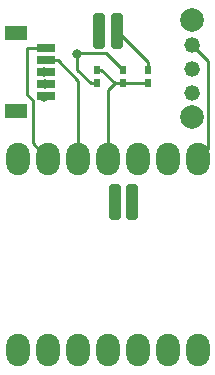
<source format=gbr>
%TF.GenerationSoftware,KiCad,Pcbnew,7.0.9*%
%TF.CreationDate,2024-01-18T21:49:24+01:00*%
%TF.ProjectId,pcb-design,7063622d-6465-4736-9967-6e2e6b696361,rev?*%
%TF.SameCoordinates,Original*%
%TF.FileFunction,Copper,L1,Top*%
%TF.FilePolarity,Positive*%
%FSLAX46Y46*%
G04 Gerber Fmt 4.6, Leading zero omitted, Abs format (unit mm)*
G04 Created by KiCad (PCBNEW 7.0.9) date 2024-01-18 21:49:24*
%MOMM*%
%LPD*%
G01*
G04 APERTURE LIST*
G04 Aperture macros list*
%AMRoundRect*
0 Rectangle with rounded corners*
0 $1 Rounding radius*
0 $2 $3 $4 $5 $6 $7 $8 $9 X,Y pos of 4 corners*
0 Add a 4 corners polygon primitive as box body*
4,1,4,$2,$3,$4,$5,$6,$7,$8,$9,$2,$3,0*
0 Add four circle primitives for the rounded corners*
1,1,$1+$1,$2,$3*
1,1,$1+$1,$4,$5*
1,1,$1+$1,$6,$7*
1,1,$1+$1,$8,$9*
0 Add four rect primitives between the rounded corners*
20,1,$1+$1,$2,$3,$4,$5,0*
20,1,$1+$1,$4,$5,$6,$7,0*
20,1,$1+$1,$6,$7,$8,$9,0*
20,1,$1+$1,$8,$9,$2,$3,0*%
G04 Aperture macros list end*
%TA.AperFunction,SMDPad,CuDef*%
%ADD10R,1.905000X1.295400*%
%TD*%
%TA.AperFunction,SMDPad,CuDef*%
%ADD11R,1.549400X0.660400*%
%TD*%
%TA.AperFunction,SMDPad,CuDef*%
%ADD12RoundRect,0.250000X-0.250000X1.250000X-0.250000X-1.250000X0.250000X-1.250000X0.250000X1.250000X0*%
%TD*%
%TA.AperFunction,SMDPad,CuDef*%
%ADD13R,0.558800X0.660400*%
%TD*%
%TA.AperFunction,SMDPad,CuDef*%
%ADD14R,0.508000X0.654800*%
%TD*%
%TA.AperFunction,ComponentPad*%
%ADD15C,1.320800*%
%TD*%
%TA.AperFunction,ComponentPad*%
%ADD16C,2.006600*%
%TD*%
%TA.AperFunction,SMDPad,CuDef*%
%ADD17RoundRect,1.000000X0.000000X0.375000X0.000000X-0.375000X0.000000X-0.375000X0.000000X0.375000X0*%
%TD*%
%TA.AperFunction,ViaPad*%
%ADD18C,0.800000*%
%TD*%
%TA.AperFunction,Conductor*%
%ADD19C,0.250000*%
%TD*%
G04 APERTURE END LIST*
D10*
%TO.P,J1,7*%
%TO.N,N/C*%
X141913201Y-121342002D03*
%TO.P,J1,6*%
X141913201Y-127941998D03*
D11*
%TO.P,J1,5,5*%
%TO.N,Net-(U4-PA9_A5_D5_SCL)*%
X144383201Y-122641999D03*
%TO.P,J1,4,4*%
%TO.N,Net-(U4-PA8_A4_D4_SDA)*%
X144383201Y-123641999D03*
%TO.P,J1,3,3*%
%TO.N,Net-(U4-PA6_A10_D10_MOSI)*%
X144383201Y-124642000D03*
%TO.P,J1,2,2*%
%TO.N,Net-(U4-GND)*%
X144383201Y-125642001D03*
%TO.P,J1,1,1*%
%TO.N,Net-(U4-3V3)*%
X144383201Y-126642001D03*
%TD*%
D12*
%TO.P,U1,1,+*%
%TO.N,Net-(U1-+)*%
X150441000Y-121166000D03*
%TO.P,U1,2,-*%
%TO.N,Net-(U1--)*%
X148941000Y-121166000D03*
%TD*%
D13*
%TO.P,C1,1*%
%TO.N,Net-(U4-PA11_A3_D3)*%
X148731600Y-124488800D03*
%TO.P,C1,2*%
%TO.N,Net-(U4-GND)*%
X148731600Y-125581000D03*
%TD*%
D14*
%TO.P,R1,1*%
%TO.N,Net-(U1-+)*%
X153087000Y-124486000D03*
%TO.P,R1,2*%
%TO.N,Net-(U4-PA11_A3_D3)*%
X153087000Y-125598000D03*
%TD*%
D15*
%TO.P,U2,1,1*%
%TO.N,Net-(U4-GND)*%
X156822000Y-126382001D03*
%TO.P,U2,2,2*%
%TO.N,unconnected-(U2-Pad2)*%
X156822000Y-124382000D03*
%TO.P,U2,3,3*%
%TO.N,Net-(U4-PA02_A0_D0)*%
X156822000Y-122381999D03*
D16*
%TO.P,U2,4*%
%TO.N,N/C*%
X156822000Y-128484100D03*
%TO.P,U2,5*%
X156822000Y-120279900D03*
%TD*%
D17*
%TO.P,U4,1,PA02_A0_D0*%
%TO.N,Net-(U4-PA02_A0_D0)*%
X157303000Y-132003000D03*
%TO.P,U4,2,PA4_A1_D1*%
%TO.N,unconnected-(U4-PA4_A1_D1-Pad2)*%
X154763000Y-132003000D03*
%TO.P,U4,3,PA10_A2_D2*%
%TO.N,unconnected-(U4-PA10_A2_D2-Pad3)*%
X152223000Y-132003000D03*
%TO.P,U4,4,PA11_A3_D3*%
%TO.N,Net-(U4-PA11_A3_D3)*%
X149683000Y-132003000D03*
%TO.P,U4,5,PA8_A4_D4_SDA*%
%TO.N,Net-(U4-PA8_A4_D4_SDA)*%
X147143000Y-132003000D03*
%TO.P,U4,6,PA9_A5_D5_SCL*%
%TO.N,Net-(U4-PA9_A5_D5_SCL)*%
X144603000Y-132003000D03*
%TO.P,U4,7,PB08_A6_D6_TX*%
%TO.N,unconnected-(U4-PB08_A6_D6_TX-Pad7)*%
X142063000Y-132003000D03*
%TO.P,U4,8,PB09_A7_D7_RX*%
%TO.N,unconnected-(U4-PB09_A7_D7_RX-Pad8)*%
X142063000Y-148168000D03*
%TO.P,U4,9,PA7_A8_D8_SCK*%
%TO.N,unconnected-(U4-PA7_A8_D8_SCK-Pad9)*%
X144603000Y-148168000D03*
%TO.P,U4,10,PA5_A9_D9_MISO*%
%TO.N,unconnected-(U4-PA5_A9_D9_MISO-Pad10)*%
X147143000Y-148168000D03*
%TO.P,U4,11,PA6_A10_D10_MOSI*%
%TO.N,Net-(U4-PA6_A10_D10_MOSI)*%
X149683000Y-148168000D03*
%TO.P,U4,12,3V3*%
%TO.N,Net-(U4-3V3)*%
X152223000Y-148168000D03*
%TO.P,U4,13,GND*%
%TO.N,Net-(U4-GND)*%
X154763000Y-148168000D03*
%TO.P,U4,14,5V*%
%TO.N,unconnected-(U4-5V-Pad14)*%
X157303000Y-148168000D03*
D12*
%TO.P,U4,15,-*%
%TO.N,Net-(U1--)*%
X151723000Y-135638000D03*
%TO.P,U4,16,+*%
%TO.N,Net-(U1-+)*%
X150263000Y-135638000D03*
%TD*%
D14*
%TO.P,R2,1*%
%TO.N,Net-(U4-GND)*%
X150918600Y-124486000D03*
%TO.P,R2,2*%
%TO.N,Net-(U4-PA11_A3_D3)*%
X150918600Y-125598000D03*
%TD*%
D18*
%TO.N,Net-(U4-3V3)*%
X152217000Y-148185000D03*
X144272000Y-126746000D03*
%TO.N,Net-(U4-PA6_A10_D10_MOSI)*%
X149672750Y-148160000D03*
X144232000Y-124646000D03*
%TO.N,Net-(U1--)*%
X151723000Y-135638000D03*
X148941000Y-121166000D03*
%TO.N,Net-(U1-+)*%
X150441000Y-121166000D03*
X150263000Y-135638000D03*
%TO.N,Net-(U4-GND)*%
X154686000Y-148082000D03*
X144377000Y-125653000D03*
X147069000Y-123097000D03*
%TD*%
D19*
%TO.N,Net-(U4-PA11_A3_D3)*%
X149116800Y-124488800D02*
X150226000Y-125598000D01*
X150226000Y-125598000D02*
X150918600Y-125598000D01*
X150226000Y-125598000D02*
X149683000Y-126141000D01*
X150918600Y-125598000D02*
X153087000Y-125598000D01*
X148731600Y-124488800D02*
X149116800Y-124488800D01*
X149683000Y-126141000D02*
X149683000Y-132003000D01*
%TO.N,Net-(U4-3V3)*%
X152212750Y-148180750D02*
X152217000Y-148185000D01*
X152212750Y-148160000D02*
X152212750Y-148180750D01*
%TO.N,Net-(U4-PA8_A4_D4_SDA)*%
X147143000Y-125377098D02*
X145407901Y-123641999D01*
X145407901Y-123641999D02*
X144383201Y-123641999D01*
X147143000Y-132003000D02*
X147143000Y-125377098D01*
%TO.N,Net-(U4-PA9_A5_D5_SCL)*%
X143283501Y-127027501D02*
X143283501Y-130683501D01*
X144383201Y-122641999D02*
X142809001Y-122641999D01*
X142809001Y-126553001D02*
X143283501Y-127027501D01*
X143283501Y-130683501D02*
X144603000Y-132003000D01*
X142809001Y-122641999D02*
X142809001Y-126553001D01*
%TO.N,Net-(U1--)*%
X151723000Y-134958000D02*
X151936000Y-134745000D01*
X151723000Y-135638000D02*
X151723000Y-134958000D01*
%TO.N,Net-(U1-+)*%
X150441000Y-121166000D02*
X153087000Y-123812000D01*
X153087000Y-123812000D02*
X153087000Y-124486000D01*
%TO.N,Net-(U4-GND)*%
X147069000Y-123097000D02*
X147069000Y-124447800D01*
X149500600Y-123068000D02*
X150918600Y-124486000D01*
X147069000Y-123068000D02*
X147069000Y-123097000D01*
X148202200Y-125581000D02*
X148731600Y-125581000D01*
X147069000Y-123068000D02*
X149500600Y-123068000D01*
X147069000Y-124447800D02*
X148202200Y-125581000D01*
%TO.N,unconnected-(U2-Pad2)*%
X156718000Y-124486000D02*
X156822000Y-124382000D01*
%TO.N,Net-(U4-PA02_A0_D0)*%
X157303000Y-132003000D02*
X158172766Y-131133234D01*
X158172766Y-131133234D02*
X158172766Y-123732765D01*
X158172766Y-123732765D02*
X156822000Y-122381999D01*
%TD*%
M02*

</source>
